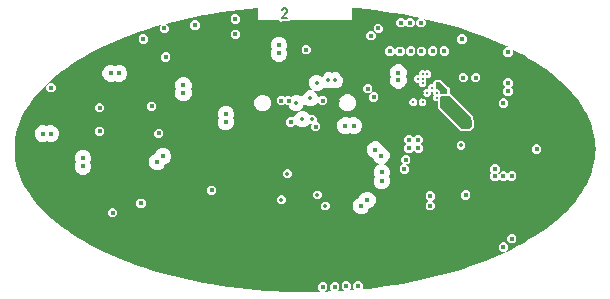
<source format=gtl>
G04 EAGLE Gerber RS-274X export*
G75*
%MOMM*%
%FSLAX34Y34*%
%LPD*%
%IN5_Layer_2*%
%IPPOS*%
%AMOC8*
5,1,8,0,0,1.08239X$1,22.5*%
G01*
%ADD10C,0.152400*%
%ADD11C,0.800000*%
%ADD12C,0.500000*%
%ADD13C,0.550000*%
%ADD14C,0.400000*%
%ADD15C,0.350000*%
%ADD16C,0.250000*%

G36*
X255872Y4035D02*
X255872Y4035D01*
X255873Y4035D01*
X263159Y4179D01*
X263160Y4180D01*
X263162Y4180D01*
X263162Y4182D01*
X263164Y4183D01*
X263162Y4185D01*
X263162Y4188D01*
X261005Y6345D01*
X261005Y9655D01*
X263345Y11995D01*
X266655Y11995D01*
X268995Y9655D01*
X268995Y6345D01*
X266965Y4315D01*
X266964Y4313D01*
X266963Y4311D01*
X266964Y4310D01*
X266964Y4308D01*
X266967Y4308D01*
X266968Y4306D01*
X271505Y4467D01*
X272804Y4534D01*
X272805Y4535D01*
X272807Y4535D01*
X272807Y4537D01*
X272809Y4539D01*
X272807Y4541D01*
X272807Y4543D01*
X271005Y6345D01*
X271005Y9655D01*
X273345Y11995D01*
X276655Y11995D01*
X278995Y9655D01*
X278995Y6345D01*
X277431Y4781D01*
X277431Y4779D01*
X277430Y4778D01*
X277431Y4777D01*
X277431Y4775D01*
X277433Y4774D01*
X277435Y4773D01*
X279293Y4868D01*
X283206Y5133D01*
X283207Y5134D01*
X283209Y5134D01*
X283209Y5135D01*
X283210Y5137D01*
X283209Y5139D01*
X283209Y5141D01*
X281005Y7345D01*
X281005Y10655D01*
X283345Y12995D01*
X286655Y12995D01*
X288995Y10655D01*
X288995Y7345D01*
X287051Y5401D01*
X287051Y5399D01*
X287049Y5398D01*
X287051Y5396D01*
X287050Y5394D01*
X287053Y5394D01*
X287055Y5392D01*
X292491Y5847D01*
X292492Y5848D01*
X292494Y5848D01*
X292494Y5850D01*
X292496Y5852D01*
X292494Y5853D01*
X292494Y5856D01*
X291005Y7345D01*
X291005Y10655D01*
X293345Y12995D01*
X296655Y12995D01*
X298995Y10655D01*
X298995Y7345D01*
X298022Y6372D01*
X298022Y6370D01*
X298021Y6370D01*
X298022Y6370D01*
X298020Y6368D01*
X298021Y6367D01*
X298021Y6365D01*
X298024Y6365D01*
X298026Y6363D01*
X302448Y6805D01*
X310069Y7693D01*
X317631Y8701D01*
X325124Y9827D01*
X332539Y11071D01*
X339871Y12431D01*
X347111Y13905D01*
X354254Y15493D01*
X361289Y17192D01*
X368213Y19001D01*
X375016Y20917D01*
X381690Y22939D01*
X388232Y25064D01*
X394633Y27290D01*
X400886Y29615D01*
X406985Y32036D01*
X412924Y34550D01*
X418698Y37155D01*
X424299Y39847D01*
X429724Y42624D01*
X434963Y45482D01*
X440015Y48418D01*
X444871Y51428D01*
X444872Y51428D01*
X449531Y54510D01*
X449531Y54511D01*
X453986Y57659D01*
X458234Y60872D01*
X462268Y64144D01*
X462269Y64144D01*
X466088Y67472D01*
X469687Y70851D01*
X469688Y70851D01*
X473064Y74277D01*
X476216Y77747D01*
X479139Y81256D01*
X481831Y84799D01*
X484291Y88373D01*
X484292Y88373D01*
X486518Y91973D01*
X488511Y95596D01*
X490268Y99236D01*
X490268Y99237D01*
X491790Y102893D01*
X491791Y102893D01*
X493077Y106561D01*
X493077Y106562D01*
X493078Y106562D01*
X494130Y110239D01*
X494947Y113924D01*
X495531Y117614D01*
X495881Y121306D01*
X495998Y125000D01*
X495881Y128694D01*
X495531Y132386D01*
X494947Y136076D01*
X494130Y139761D01*
X493078Y143438D01*
X493077Y143439D01*
X491791Y147107D01*
X491790Y147107D01*
X490268Y150763D01*
X490268Y150764D01*
X488511Y154404D01*
X486518Y158027D01*
X484292Y161627D01*
X484291Y161627D01*
X481831Y165201D01*
X479139Y168744D01*
X476216Y172253D01*
X473064Y175723D01*
X469688Y179149D01*
X469687Y179149D01*
X466088Y182528D01*
X462269Y185856D01*
X462268Y185856D01*
X458234Y189128D01*
X453986Y192341D01*
X449531Y195489D01*
X449531Y195490D01*
X444872Y198572D01*
X440015Y201582D01*
X434963Y204518D01*
X429724Y207376D01*
X424733Y209931D01*
X424730Y209930D01*
X424727Y209931D01*
X424727Y209930D01*
X424726Y209929D01*
X424727Y209926D01*
X424727Y209923D01*
X425995Y208655D01*
X425995Y205345D01*
X423655Y203005D01*
X420345Y203005D01*
X418005Y205345D01*
X418005Y208655D01*
X420345Y210995D01*
X422525Y210995D01*
X422527Y210997D01*
X422529Y210997D01*
X422529Y210999D01*
X422530Y211000D01*
X422528Y211002D01*
X422527Y211005D01*
X418698Y212845D01*
X412924Y215450D01*
X406985Y217964D01*
X400886Y220385D01*
X394633Y222710D01*
X388232Y224936D01*
X381690Y227061D01*
X375016Y229083D01*
X368213Y230999D01*
X361289Y232808D01*
X354254Y234507D01*
X350270Y235393D01*
X350269Y235392D01*
X350266Y235392D01*
X350266Y235390D01*
X350265Y235389D01*
X350266Y235387D01*
X350266Y235384D01*
X351995Y233655D01*
X351995Y230345D01*
X349655Y228005D01*
X346345Y228005D01*
X344005Y230345D01*
X344005Y233655D01*
X346345Y235995D01*
X347514Y235995D01*
X347516Y235997D01*
X347519Y235998D01*
X347519Y235999D01*
X347519Y236000D01*
X347517Y236002D01*
X347515Y236005D01*
X347112Y236095D01*
X347111Y236095D01*
X339871Y237569D01*
X332539Y238929D01*
X325124Y240173D01*
X317632Y241299D01*
X317631Y241299D01*
X310069Y242307D01*
X302448Y243195D01*
X294772Y243962D01*
X290000Y244361D01*
X289995Y244357D01*
X289996Y244357D01*
X289995Y244356D01*
X289995Y234005D01*
X236999Y234005D01*
X236997Y234003D01*
X236995Y234004D01*
X235997Y233005D01*
X230257Y233005D01*
X229230Y232922D01*
X229133Y233004D01*
X229132Y233004D01*
X229131Y233004D01*
X229130Y233005D01*
X229003Y233005D01*
X228275Y233733D01*
X228275Y233734D01*
X227957Y234004D01*
X227955Y234004D01*
X227954Y234005D01*
X210005Y234005D01*
X210005Y244365D01*
X210001Y244369D01*
X210000Y244369D01*
X210000Y244370D01*
X209973Y244367D01*
X209907Y244363D01*
X209841Y244358D01*
X209776Y244353D01*
X209710Y244348D01*
X209644Y244343D01*
X209578Y244338D01*
X209513Y244333D01*
X209447Y244328D01*
X209381Y244323D01*
X209315Y244318D01*
X209250Y244313D01*
X209184Y244308D01*
X209118Y244303D01*
X209081Y244300D01*
X201384Y243594D01*
X193733Y242766D01*
X186141Y241818D01*
X178613Y240751D01*
X171159Y239566D01*
X163783Y238264D01*
X156497Y236846D01*
X149306Y235315D01*
X149305Y235315D01*
X142214Y233671D01*
X142213Y233671D01*
X135234Y231917D01*
X131873Y231005D01*
X131871Y231003D01*
X131869Y231001D01*
X131869Y231000D01*
X131869Y230999D01*
X131872Y230998D01*
X131874Y230995D01*
X132655Y230995D01*
X134995Y228655D01*
X134995Y225345D01*
X132655Y223005D01*
X129345Y223005D01*
X127005Y225345D01*
X127005Y228655D01*
X128404Y230054D01*
X128404Y230056D01*
X128405Y230057D01*
X128405Y230058D01*
X128404Y230059D01*
X128404Y230061D01*
X128402Y230061D01*
X128400Y230062D01*
X128399Y230062D01*
X128371Y230055D01*
X121631Y228085D01*
X115022Y226012D01*
X115022Y226011D01*
X108550Y223835D01*
X102222Y221559D01*
X96045Y219186D01*
X90024Y216718D01*
X84167Y214159D01*
X78479Y211510D01*
X72967Y208775D01*
X72966Y208775D01*
X67634Y205957D01*
X62487Y203060D01*
X57532Y200086D01*
X52774Y197039D01*
X48216Y193923D01*
X43864Y190742D01*
X39722Y187500D01*
X35795Y184199D01*
X32084Y180845D01*
X28596Y177442D01*
X28596Y177441D01*
X25332Y173993D01*
X22294Y170503D01*
X19486Y166977D01*
X19486Y166976D01*
X16910Y163418D01*
X14566Y159830D01*
X12456Y156218D01*
X10581Y152586D01*
X8941Y148937D01*
X8941Y148936D01*
X7537Y145274D01*
X7536Y145274D01*
X6367Y141601D01*
X5432Y137919D01*
X4731Y134232D01*
X4732Y134232D01*
X4731Y134232D01*
X4731Y134231D01*
X4731Y134226D01*
X4730Y134221D01*
X4729Y134216D01*
X4726Y134191D01*
X4726Y134186D01*
X4725Y134181D01*
X4724Y134176D01*
X4724Y134171D01*
X4720Y134141D01*
X4719Y134136D01*
X4719Y134131D01*
X4718Y134126D01*
X4714Y134097D01*
X4714Y134092D01*
X4713Y134087D01*
X4712Y134082D01*
X4712Y134077D01*
X4709Y134052D01*
X4708Y134047D01*
X4707Y134042D01*
X4707Y134037D01*
X4706Y134032D01*
X4702Y134002D01*
X4702Y133997D01*
X4701Y133992D01*
X4701Y133987D01*
X4697Y133958D01*
X4697Y133957D01*
X4696Y133953D01*
X4696Y133952D01*
X4696Y133948D01*
X4695Y133948D01*
X4696Y133948D01*
X4695Y133943D01*
X4694Y133938D01*
X4691Y133913D01*
X4690Y133908D01*
X4690Y133903D01*
X4689Y133898D01*
X4689Y133893D01*
X4685Y133868D01*
X4685Y133863D01*
X4684Y133858D01*
X4684Y133853D01*
X4683Y133848D01*
X4679Y133818D01*
X4679Y133813D01*
X4678Y133808D01*
X4677Y133803D01*
X4674Y133774D01*
X4673Y133774D01*
X4674Y133774D01*
X4673Y133769D01*
X4672Y133764D01*
X4672Y133759D01*
X4671Y133754D01*
X4668Y133729D01*
X4667Y133724D01*
X4667Y133719D01*
X4666Y133714D01*
X4665Y133709D01*
X4662Y133679D01*
X4661Y133674D01*
X4660Y133669D01*
X4660Y133664D01*
X4656Y133635D01*
X4656Y133634D01*
X4655Y133630D01*
X4655Y133625D01*
X4654Y133620D01*
X4653Y133615D01*
X4650Y133590D01*
X4650Y133585D01*
X4649Y133580D01*
X4648Y133575D01*
X4648Y133570D01*
X4644Y133540D01*
X4643Y133535D01*
X4643Y133530D01*
X4642Y133525D01*
X4638Y133495D01*
X4638Y133490D01*
X4637Y133485D01*
X4636Y133481D01*
X4636Y133480D01*
X4636Y133476D01*
X4636Y133475D01*
X4633Y133451D01*
X4632Y133446D01*
X4631Y133441D01*
X4631Y133436D01*
X4630Y133431D01*
X4626Y133401D01*
X4626Y133396D01*
X4625Y133391D01*
X4625Y133386D01*
X4624Y133386D01*
X4625Y133386D01*
X4621Y133356D01*
X4620Y133351D01*
X4619Y133346D01*
X4619Y133341D01*
X4618Y133336D01*
X4615Y133312D01*
X4614Y133307D01*
X4614Y133302D01*
X4613Y133297D01*
X4613Y133292D01*
X4609Y133262D01*
X4608Y133257D01*
X4608Y133252D01*
X4607Y133247D01*
X4603Y133217D01*
X4603Y133212D01*
X4602Y133212D01*
X4603Y133212D01*
X4602Y133207D01*
X4601Y133202D01*
X4601Y133197D01*
X4597Y133172D01*
X4597Y133167D01*
X4596Y133163D01*
X4596Y133162D01*
X4596Y133158D01*
X4596Y133157D01*
X4595Y133153D01*
X4591Y133123D01*
X4591Y133118D01*
X4590Y133113D01*
X4589Y133108D01*
X4586Y133078D01*
X4585Y133073D01*
X4584Y133068D01*
X4584Y133063D01*
X4580Y133033D01*
X4579Y133028D01*
X4579Y133023D01*
X4578Y133018D01*
X4577Y133013D01*
X4574Y132989D01*
X4574Y132984D01*
X4573Y132979D01*
X4572Y132974D01*
X4572Y132969D01*
X4568Y132939D01*
X4567Y132934D01*
X4567Y132929D01*
X4566Y132924D01*
X4562Y132894D01*
X4562Y132889D01*
X4561Y132884D01*
X4560Y132879D01*
X4560Y132874D01*
X4557Y132849D01*
X4556Y132845D01*
X4556Y132844D01*
X4555Y132840D01*
X4555Y132839D01*
X4555Y132835D01*
X4554Y132830D01*
X4550Y132800D01*
X4550Y132795D01*
X4549Y132790D01*
X4548Y132785D01*
X4545Y132755D01*
X4544Y132750D01*
X4543Y132745D01*
X4543Y132740D01*
X4542Y132735D01*
X4539Y132710D01*
X4538Y132705D01*
X4538Y132700D01*
X4537Y132695D01*
X4537Y132690D01*
X4533Y132661D01*
X4532Y132656D01*
X4532Y132651D01*
X4531Y132651D01*
X4532Y132651D01*
X4531Y132646D01*
X4527Y132616D01*
X4526Y132611D01*
X4526Y132606D01*
X4525Y132601D01*
X4525Y132596D01*
X4521Y132571D01*
X4521Y132566D01*
X4520Y132561D01*
X4520Y132556D01*
X4519Y132551D01*
X4515Y132522D01*
X4515Y132521D01*
X4515Y132517D01*
X4514Y132512D01*
X4513Y132507D01*
X4510Y132477D01*
X4509Y132477D01*
X4510Y132477D01*
X4509Y132472D01*
X4508Y132467D01*
X4508Y132462D01*
X4507Y132457D01*
X4504Y132432D01*
X4503Y132427D01*
X4503Y132422D01*
X4502Y132417D01*
X4501Y132412D01*
X4498Y132382D01*
X4497Y132377D01*
X4496Y132372D01*
X4496Y132368D01*
X4496Y132367D01*
X4492Y132338D01*
X4491Y132333D01*
X4491Y132328D01*
X4490Y132323D01*
X4486Y132293D01*
X4486Y132288D01*
X4485Y132283D01*
X4484Y132278D01*
X4484Y132273D01*
X4481Y132248D01*
X4480Y132243D01*
X4479Y132238D01*
X4479Y132233D01*
X4478Y132228D01*
X4474Y132199D01*
X4474Y132194D01*
X4473Y132189D01*
X4472Y132184D01*
X4469Y132154D01*
X4468Y132149D01*
X4467Y132144D01*
X4467Y132139D01*
X4466Y132134D01*
X4463Y132109D01*
X4462Y132104D01*
X4462Y132099D01*
X4461Y132094D01*
X4461Y132089D01*
X4460Y132089D01*
X4457Y132059D01*
X4456Y132054D01*
X4455Y132050D01*
X4455Y132049D01*
X4455Y132045D01*
X4455Y132044D01*
X4451Y132015D01*
X4450Y132010D01*
X4450Y132005D01*
X4449Y132000D01*
X4449Y131995D01*
X4445Y131970D01*
X4445Y131965D01*
X4444Y131960D01*
X4444Y131955D01*
X4443Y131950D01*
X4439Y131920D01*
X4439Y131915D01*
X4438Y131915D01*
X4439Y131915D01*
X4438Y131910D01*
X4437Y131905D01*
X4433Y131876D01*
X4433Y131871D01*
X4432Y131866D01*
X4432Y131861D01*
X4431Y131856D01*
X4428Y131831D01*
X4427Y131826D01*
X4427Y131821D01*
X4426Y131816D01*
X4425Y131811D01*
X4422Y131781D01*
X4421Y131776D01*
X4420Y131771D01*
X4420Y131766D01*
X4416Y131736D01*
X4415Y131732D01*
X4415Y131731D01*
X4415Y131727D01*
X4415Y131726D01*
X4414Y131722D01*
X4413Y131717D01*
X4410Y131692D01*
X4410Y131687D01*
X4409Y131682D01*
X4408Y131677D01*
X4408Y131672D01*
X4404Y131642D01*
X4403Y131637D01*
X4403Y131632D01*
X4402Y131627D01*
X4398Y131597D01*
X4398Y131592D01*
X4397Y131587D01*
X4396Y131582D01*
X4393Y131553D01*
X4392Y131548D01*
X4391Y131543D01*
X4391Y131538D01*
X4390Y131533D01*
X4387Y131508D01*
X4386Y131503D01*
X4386Y131498D01*
X4385Y131493D01*
X4384Y131488D01*
X4381Y131458D01*
X4380Y131453D01*
X4379Y131448D01*
X4379Y131443D01*
X4375Y131414D01*
X4375Y131413D01*
X4374Y131409D01*
X4374Y131408D01*
X4374Y131404D01*
X4373Y131399D01*
X4373Y131394D01*
X4369Y131369D01*
X4369Y131364D01*
X4368Y131359D01*
X4368Y131354D01*
X4367Y131354D01*
X4368Y131354D01*
X4367Y131349D01*
X4363Y131319D01*
X4362Y131314D01*
X4362Y131309D01*
X4361Y131304D01*
X4357Y131274D01*
X4357Y131269D01*
X4356Y131264D01*
X4356Y131259D01*
X4355Y131255D01*
X4355Y131254D01*
X4352Y131230D01*
X4351Y131225D01*
X4351Y131220D01*
X4350Y131215D01*
X4349Y131210D01*
X4346Y131180D01*
X4345Y131180D01*
X4346Y131180D01*
X4345Y131175D01*
X4344Y131170D01*
X4344Y131165D01*
X4340Y131135D01*
X4339Y131130D01*
X4339Y131125D01*
X4338Y131120D01*
X4337Y131115D01*
X4334Y131091D01*
X4334Y131090D01*
X4334Y131086D01*
X4333Y131081D01*
X4332Y131076D01*
X4332Y131071D01*
X4328Y131041D01*
X4327Y131036D01*
X4327Y131031D01*
X4326Y131026D01*
X4322Y130996D01*
X4322Y130991D01*
X4321Y130986D01*
X4320Y130981D01*
X4320Y130976D01*
X4317Y130951D01*
X4316Y130946D01*
X4315Y130941D01*
X4315Y130937D01*
X4315Y130936D01*
X4314Y130932D01*
X4314Y130931D01*
X4310Y130902D01*
X4310Y130897D01*
X4309Y130892D01*
X4308Y130887D01*
X4305Y130857D01*
X4304Y130852D01*
X4303Y130847D01*
X4303Y130842D01*
X4299Y130812D01*
X4298Y130807D01*
X4298Y130802D01*
X4297Y130797D01*
X4297Y130792D01*
X4296Y130792D01*
X4293Y130768D01*
X4293Y130763D01*
X4292Y130758D01*
X4291Y130753D01*
X4291Y130748D01*
X4287Y130718D01*
X4286Y130713D01*
X4286Y130708D01*
X4285Y130703D01*
X4281Y130673D01*
X4281Y130668D01*
X4280Y130663D01*
X4280Y130658D01*
X4279Y130653D01*
X4276Y130628D01*
X4275Y130623D01*
X4275Y130619D01*
X4274Y130618D01*
X4275Y130618D01*
X4274Y130614D01*
X4274Y130613D01*
X4273Y130609D01*
X4269Y130579D01*
X4269Y130574D01*
X4268Y130569D01*
X4268Y130564D01*
X4265Y130540D01*
X4264Y130534D01*
X4264Y130529D01*
X4264Y130524D01*
X4257Y130415D01*
X4256Y130410D01*
X4256Y130405D01*
X4249Y130296D01*
X4249Y130295D01*
X4249Y130291D01*
X4249Y130286D01*
X4242Y130176D01*
X4241Y130171D01*
X4241Y130166D01*
X4241Y130161D01*
X4234Y130057D01*
X4234Y130052D01*
X4233Y130047D01*
X4233Y130042D01*
X4227Y129938D01*
X4226Y129933D01*
X4226Y129928D01*
X4226Y129923D01*
X4219Y129819D01*
X4219Y129818D01*
X4219Y129814D01*
X4218Y129809D01*
X4218Y129804D01*
X4212Y129699D01*
X4211Y129699D01*
X4212Y129699D01*
X4211Y129694D01*
X4211Y129689D01*
X4211Y129684D01*
X4204Y129575D01*
X4203Y129570D01*
X4203Y129565D01*
X4196Y129456D01*
X4196Y129451D01*
X4196Y129446D01*
X4195Y129446D01*
X4189Y129337D01*
X4188Y129332D01*
X4188Y129327D01*
X4181Y129217D01*
X4181Y129212D01*
X4180Y129207D01*
X4174Y129098D01*
X4173Y129093D01*
X4173Y129088D01*
X4166Y128979D01*
X4166Y128974D01*
X4165Y128969D01*
X4158Y128860D01*
X4158Y128855D01*
X4158Y128850D01*
X4151Y128740D01*
X4151Y128735D01*
X4150Y128730D01*
X4143Y128621D01*
X4143Y128616D01*
X4143Y128611D01*
X4136Y128502D01*
X4136Y128497D01*
X4135Y128492D01*
X4128Y128383D01*
X4128Y128378D01*
X4128Y128373D01*
X4121Y128263D01*
X4121Y128258D01*
X4120Y128258D01*
X4121Y128258D01*
X4120Y128253D01*
X4113Y128144D01*
X4113Y128139D01*
X4113Y128134D01*
X4106Y128025D01*
X4105Y128020D01*
X4105Y128015D01*
X4098Y127906D01*
X4098Y127901D01*
X4098Y127896D01*
X4091Y127786D01*
X4090Y127781D01*
X4090Y127776D01*
X4083Y127667D01*
X4083Y127662D01*
X4083Y127657D01*
X4076Y127548D01*
X4075Y127543D01*
X4075Y127538D01*
X4068Y127429D01*
X4068Y127424D01*
X4067Y127419D01*
X4061Y127309D01*
X4060Y127304D01*
X4060Y127299D01*
X4053Y127190D01*
X4053Y127185D01*
X4052Y127180D01*
X4046Y127071D01*
X4045Y127071D01*
X4046Y127071D01*
X4045Y127066D01*
X4045Y127061D01*
X4038Y126952D01*
X4038Y126947D01*
X4037Y126942D01*
X4031Y126847D01*
X4032Y126847D01*
X4031Y126847D01*
X4031Y123153D01*
X4032Y123153D01*
X4031Y123153D01*
X4265Y119460D01*
X4731Y115768D01*
X4732Y115768D01*
X4731Y115768D01*
X5432Y112081D01*
X6367Y108399D01*
X7536Y104726D01*
X7537Y104726D01*
X8941Y101064D01*
X8941Y101063D01*
X10581Y97414D01*
X12456Y93782D01*
X12456Y93781D01*
X14566Y90170D01*
X16910Y86582D01*
X19486Y83024D01*
X19486Y83023D01*
X22294Y79497D01*
X25332Y76007D01*
X28596Y72559D01*
X28596Y72558D01*
X32084Y69155D01*
X35795Y65801D01*
X39722Y62500D01*
X43864Y59258D01*
X48216Y56077D01*
X52774Y52961D01*
X57532Y49914D01*
X62487Y46940D01*
X67634Y44043D01*
X72966Y41225D01*
X72967Y41225D01*
X78479Y38490D01*
X84167Y35841D01*
X90025Y33281D01*
X96045Y30814D01*
X102222Y28441D01*
X108550Y26165D01*
X115022Y23989D01*
X115022Y23988D01*
X121631Y21915D01*
X128371Y19945D01*
X135234Y18083D01*
X142213Y16329D01*
X149305Y14685D01*
X156497Y13154D01*
X163783Y11736D01*
X171159Y10434D01*
X178613Y9249D01*
X186141Y8182D01*
X193733Y7234D01*
X201384Y6406D01*
X209082Y5700D01*
X216823Y5115D01*
X224597Y4653D01*
X232397Y4313D01*
X240215Y4097D01*
X248043Y4004D01*
X255872Y4035D01*
G37*
%LPC*%
G36*
X382174Y140005D02*
X382174Y140005D01*
X362405Y159774D01*
X362405Y163004D01*
X362403Y163006D01*
X362403Y163007D01*
X362255Y163156D01*
X362255Y165250D01*
X362250Y165255D01*
X362250Y165254D01*
X362250Y165255D01*
X360156Y165255D01*
X358255Y167156D01*
X358255Y169844D01*
X358907Y170496D01*
X358908Y170503D01*
X358907Y170503D01*
X358907Y170504D01*
X358255Y171156D01*
X358255Y173250D01*
X358250Y173255D01*
X358250Y173254D01*
X358250Y173255D01*
X356750Y173255D01*
X356745Y173250D01*
X356745Y171156D01*
X354844Y169255D01*
X352156Y169255D01*
X350255Y171156D01*
X350255Y173844D01*
X352156Y175745D01*
X354250Y175745D01*
X354255Y175750D01*
X354254Y175750D01*
X354255Y175750D01*
X354255Y177844D01*
X356156Y179745D01*
X358250Y179745D01*
X358255Y179750D01*
X358254Y179750D01*
X358255Y179750D01*
X358255Y181844D01*
X360156Y183745D01*
X362844Y183745D01*
X362988Y183602D01*
X362990Y183601D01*
X362991Y183600D01*
X365228Y183600D01*
X371327Y177502D01*
X372500Y176328D01*
X372500Y174091D01*
X372502Y174089D01*
X372502Y174088D01*
X372745Y173844D01*
X372745Y171700D01*
X372750Y171695D01*
X372750Y171696D01*
X372750Y171695D01*
X373126Y171695D01*
X392995Y151826D01*
X392995Y143674D01*
X392247Y142925D01*
X392246Y142923D01*
X392245Y142921D01*
X392245Y142449D01*
X390051Y140255D01*
X389579Y140255D01*
X389577Y140253D01*
X389575Y140253D01*
X389326Y140005D01*
X382174Y140005D01*
G37*
%LPD*%
%LPC*%
G36*
X241158Y157355D02*
X241158Y157355D01*
X238679Y158382D01*
X236782Y160279D01*
X236068Y162002D01*
X236065Y162003D01*
X236064Y162005D01*
X234345Y162005D01*
X233004Y163346D01*
X233001Y163347D01*
X232999Y163347D01*
X232997Y163347D01*
X232997Y163346D01*
X232996Y163346D01*
X231655Y162005D01*
X228345Y162005D01*
X226005Y164345D01*
X226005Y167655D01*
X228345Y169995D01*
X231655Y169995D01*
X232996Y168654D01*
X233003Y168653D01*
X233003Y168654D01*
X233004Y168654D01*
X234345Y169995D01*
X237655Y169995D01*
X238252Y169398D01*
X238259Y169398D01*
X238679Y169818D01*
X241158Y170845D01*
X243842Y170845D01*
X246321Y169818D01*
X247746Y168393D01*
X247748Y168393D01*
X247749Y168391D01*
X247751Y168393D01*
X247753Y168392D01*
X247753Y168395D01*
X247755Y168396D01*
X247755Y169206D01*
X248782Y171685D01*
X250679Y173582D01*
X253158Y174609D01*
X255842Y174609D01*
X258321Y173582D01*
X260218Y171685D01*
X261245Y169206D01*
X261245Y167907D01*
X261246Y167906D01*
X261246Y167904D01*
X261248Y167904D01*
X261250Y167902D01*
X261251Y167903D01*
X261252Y167904D01*
X261254Y167904D01*
X263345Y169995D01*
X266655Y169995D01*
X268995Y167655D01*
X268995Y164345D01*
X266655Y162005D01*
X263345Y162005D01*
X261005Y164345D01*
X261005Y165917D01*
X261003Y165919D01*
X261002Y165921D01*
X261001Y165921D01*
X261000Y165922D01*
X260998Y165920D01*
X260995Y165919D01*
X260218Y164043D01*
X258321Y162146D01*
X255842Y161119D01*
X253158Y161119D01*
X250679Y162146D01*
X249254Y163571D01*
X249252Y163571D01*
X249251Y163573D01*
X249249Y163571D01*
X249247Y163572D01*
X249247Y163569D01*
X249245Y163568D01*
X249245Y162758D01*
X248218Y160279D01*
X246321Y158382D01*
X243842Y157355D01*
X241158Y157355D01*
G37*
%LPD*%
G36*
X388502Y141997D02*
X388502Y141997D01*
X388504Y141996D01*
X391004Y144496D01*
X391004Y144498D01*
X391004Y144499D01*
X391005Y144500D01*
X391005Y149333D01*
X391003Y149335D01*
X391004Y149336D01*
X390705Y149635D01*
X390705Y151300D01*
X390703Y151302D01*
X390703Y151304D01*
X372304Y169704D01*
X372301Y169704D01*
X372300Y169705D01*
X364900Y169705D01*
X364898Y169703D01*
X364896Y169704D01*
X364396Y169204D01*
X364396Y169201D01*
X364395Y169200D01*
X364395Y160600D01*
X364397Y160598D01*
X364396Y160596D01*
X382996Y141996D01*
X382999Y141996D01*
X383000Y141995D01*
X388500Y141995D01*
X388502Y141997D01*
G37*
%LPC*%
G36*
X258658Y174255D02*
X258658Y174255D01*
X256179Y175282D01*
X254282Y177179D01*
X253255Y179658D01*
X253255Y182342D01*
X254282Y184821D01*
X256179Y186718D01*
X258658Y187745D01*
X261342Y187745D01*
X263821Y186718D01*
X263864Y186675D01*
X263865Y186675D01*
X263865Y186674D01*
X263867Y186675D01*
X263871Y186675D01*
X263871Y186676D01*
X263872Y186677D01*
X263932Y186821D01*
X265829Y188718D01*
X268308Y189745D01*
X270992Y189745D01*
X272498Y189121D01*
X272500Y189122D01*
X272502Y189121D01*
X274008Y189745D01*
X276692Y189745D01*
X279171Y188718D01*
X281068Y186821D01*
X282095Y184342D01*
X282095Y181658D01*
X281068Y179179D01*
X279171Y177282D01*
X276692Y176255D01*
X274008Y176255D01*
X272502Y176879D01*
X272500Y176878D01*
X272498Y176879D01*
X270992Y176255D01*
X268308Y176255D01*
X265829Y177282D01*
X265786Y177325D01*
X265785Y177325D01*
X265785Y177326D01*
X265783Y177325D01*
X265779Y177325D01*
X265779Y177324D01*
X265778Y177323D01*
X265718Y177179D01*
X263821Y175282D01*
X261342Y174255D01*
X258658Y174255D01*
G37*
%LPD*%
%LPC*%
G36*
X257345Y140005D02*
X257345Y140005D01*
X255005Y142345D01*
X255005Y145655D01*
X255596Y146246D01*
X255596Y146248D01*
X255597Y146249D01*
X255598Y146249D01*
X255597Y146251D01*
X255597Y146253D01*
X255594Y146253D01*
X255593Y146255D01*
X254449Y146255D01*
X253548Y147156D01*
X253547Y147156D01*
X253546Y147157D01*
X253545Y147156D01*
X253541Y147156D01*
X253541Y147155D01*
X253539Y147154D01*
X253218Y146379D01*
X251321Y144482D01*
X248842Y143455D01*
X246158Y143455D01*
X243679Y144482D01*
X241909Y146252D01*
X241902Y146252D01*
X239655Y144005D01*
X236345Y144005D01*
X234005Y146345D01*
X234005Y149655D01*
X236345Y151995D01*
X239655Y151995D01*
X240746Y150904D01*
X240748Y150904D01*
X240749Y150902D01*
X240751Y150903D01*
X240753Y150903D01*
X240753Y150906D01*
X240755Y150907D01*
X240755Y151542D01*
X241782Y154021D01*
X243679Y155918D01*
X246158Y156945D01*
X248842Y156945D01*
X251321Y155918D01*
X253218Y154021D01*
X253657Y152963D01*
X253657Y152962D01*
X253659Y152961D01*
X253662Y152960D01*
X253663Y152961D01*
X253665Y152961D01*
X254449Y153745D01*
X257551Y153745D01*
X259745Y151551D01*
X259745Y148449D01*
X259300Y148004D01*
X259300Y148002D01*
X259299Y148001D01*
X259300Y147999D01*
X259300Y147997D01*
X259302Y147997D01*
X259304Y147995D01*
X260655Y147995D01*
X262995Y145655D01*
X262995Y142345D01*
X260655Y140005D01*
X257345Y140005D01*
G37*
%LPD*%
%LPC*%
G36*
X313321Y112293D02*
X313321Y112293D01*
X310750Y113357D01*
X308782Y115325D01*
X307868Y117532D01*
X307866Y117533D01*
X307865Y117535D01*
X305659Y118449D01*
X303691Y120416D01*
X302626Y122987D01*
X302626Y125770D01*
X303691Y128341D01*
X305659Y130309D01*
X308230Y131374D01*
X311013Y131374D01*
X313584Y130309D01*
X315552Y128341D01*
X316466Y126135D01*
X316468Y126134D01*
X316468Y126132D01*
X318675Y125218D01*
X320643Y123250D01*
X321708Y120679D01*
X321708Y117896D01*
X320643Y115325D01*
X318675Y113357D01*
X316104Y112293D01*
X313321Y112293D01*
G37*
%LPD*%
%LPC*%
G36*
X296230Y69626D02*
X296230Y69626D01*
X293659Y70691D01*
X291691Y72659D01*
X290626Y75230D01*
X290626Y78013D01*
X291691Y80583D01*
X293659Y82551D01*
X295865Y83465D01*
X295866Y83467D01*
X295868Y83468D01*
X296782Y85675D01*
X298750Y87643D01*
X301321Y88707D01*
X304104Y88707D01*
X306675Y87643D01*
X308643Y85675D01*
X309708Y83104D01*
X309708Y80321D01*
X308643Y77750D01*
X306675Y75782D01*
X304468Y74868D01*
X304467Y74866D01*
X304465Y74865D01*
X303551Y72659D01*
X301584Y70691D01*
X299013Y69626D01*
X296230Y69626D01*
G37*
%LPD*%
%LPC*%
G36*
X84009Y182005D02*
X84009Y182005D01*
X81438Y183070D01*
X79470Y185038D01*
X78405Y187609D01*
X78405Y190391D01*
X79470Y192962D01*
X81438Y194930D01*
X84009Y195995D01*
X86791Y195995D01*
X88998Y195081D01*
X89000Y195082D01*
X89002Y195081D01*
X91209Y195995D01*
X93991Y195995D01*
X96562Y194930D01*
X98530Y192962D01*
X99595Y190391D01*
X99595Y187609D01*
X98530Y185038D01*
X96562Y183070D01*
X93991Y182005D01*
X91209Y182005D01*
X89002Y182919D01*
X89001Y182919D01*
X88999Y182919D01*
X88999Y182918D01*
X88998Y182919D01*
X86791Y182005D01*
X84009Y182005D01*
G37*
%LPD*%
%LPC*%
G36*
X313609Y90905D02*
X313609Y90905D01*
X311038Y91970D01*
X309070Y93938D01*
X308005Y96509D01*
X308005Y99291D01*
X308919Y101498D01*
X308918Y101500D01*
X308919Y101500D01*
X308918Y101501D01*
X308919Y101502D01*
X308005Y103709D01*
X308005Y106491D01*
X309070Y109062D01*
X311038Y111030D01*
X313609Y112095D01*
X316391Y112095D01*
X318962Y111030D01*
X320930Y109062D01*
X321995Y106491D01*
X321995Y103709D01*
X321081Y101502D01*
X321082Y101500D01*
X321081Y101498D01*
X321995Y99291D01*
X321995Y96509D01*
X320930Y93938D01*
X318962Y91970D01*
X316391Y90905D01*
X313609Y90905D01*
G37*
%LPD*%
%LPC*%
G36*
X282759Y137705D02*
X282759Y137705D01*
X280188Y138770D01*
X278220Y140738D01*
X277155Y143309D01*
X277155Y146091D01*
X278220Y148662D01*
X280188Y150630D01*
X282759Y151695D01*
X285541Y151695D01*
X287495Y150886D01*
X287497Y150887D01*
X287499Y150886D01*
X289810Y151844D01*
X292593Y151844D01*
X295164Y150779D01*
X297132Y148811D01*
X298197Y146240D01*
X298197Y143457D01*
X297132Y140886D01*
X295164Y138918D01*
X292593Y137853D01*
X289810Y137853D01*
X287857Y138662D01*
X287856Y138662D01*
X287854Y138662D01*
X287853Y138662D01*
X285541Y137705D01*
X282759Y137705D01*
G37*
%LPD*%
%LPC*%
G36*
X226609Y199055D02*
X226609Y199055D01*
X224038Y200120D01*
X222070Y202088D01*
X221005Y204659D01*
X221005Y207441D01*
X221765Y209277D01*
X221765Y209280D01*
X221765Y209281D01*
X220905Y211359D01*
X220905Y214141D01*
X221970Y216712D01*
X223938Y218680D01*
X226509Y219745D01*
X229291Y219745D01*
X231862Y218680D01*
X233830Y216712D01*
X234895Y214141D01*
X234895Y211359D01*
X234135Y209523D01*
X234135Y209522D01*
X234135Y209520D01*
X234135Y209519D01*
X234995Y207441D01*
X234995Y204659D01*
X233930Y202088D01*
X231962Y200120D01*
X229391Y199055D01*
X226609Y199055D01*
G37*
%LPD*%
%LPC*%
G36*
X181509Y140755D02*
X181509Y140755D01*
X178938Y141820D01*
X176970Y143788D01*
X175905Y146359D01*
X175905Y149141D01*
X176765Y151219D01*
X176765Y151221D01*
X176765Y151223D01*
X176005Y153059D01*
X176005Y155841D01*
X177070Y158412D01*
X179038Y160380D01*
X181609Y161445D01*
X184391Y161445D01*
X186962Y160380D01*
X188930Y158412D01*
X189995Y155841D01*
X189995Y153059D01*
X189135Y150981D01*
X189135Y150980D01*
X189135Y150979D01*
X189135Y150977D01*
X189895Y149141D01*
X189895Y146359D01*
X188830Y143788D01*
X186862Y141820D01*
X184291Y140755D01*
X181509Y140755D01*
G37*
%LPD*%
%LPC*%
G36*
X123573Y106969D02*
X123573Y106969D01*
X121002Y108034D01*
X119034Y110002D01*
X117969Y112573D01*
X117969Y115356D01*
X119034Y117927D01*
X121002Y119895D01*
X122959Y120705D01*
X122960Y120707D01*
X122961Y120708D01*
X123772Y122665D01*
X125740Y124632D01*
X128311Y125697D01*
X131093Y125697D01*
X133664Y124632D01*
X135632Y122665D01*
X136697Y120094D01*
X136697Y117311D01*
X135632Y114740D01*
X133664Y112772D01*
X131708Y111961D01*
X131707Y111959D01*
X131705Y111959D01*
X130895Y110002D01*
X128927Y108034D01*
X126356Y106969D01*
X123573Y106969D01*
G37*
%LPD*%
%LPC*%
G36*
X327609Y176005D02*
X327609Y176005D01*
X325038Y177070D01*
X323070Y179038D01*
X322005Y181609D01*
X322005Y184391D01*
X322815Y186348D01*
X322815Y186350D01*
X322815Y186352D01*
X322005Y188309D01*
X322005Y191091D01*
X323070Y193662D01*
X325038Y195630D01*
X327609Y196695D01*
X330391Y196695D01*
X332962Y195630D01*
X334930Y193662D01*
X335995Y191091D01*
X335995Y188309D01*
X335185Y186352D01*
X335185Y186350D01*
X335185Y186348D01*
X335995Y184391D01*
X335995Y181609D01*
X334930Y179038D01*
X332962Y177070D01*
X330391Y176005D01*
X327609Y176005D01*
G37*
%LPD*%
%LPC*%
G36*
X60609Y103305D02*
X60609Y103305D01*
X58038Y104370D01*
X56070Y106338D01*
X55005Y108909D01*
X55005Y111691D01*
X55815Y113648D01*
X55815Y113649D01*
X55815Y113650D01*
X55815Y113652D01*
X55005Y115609D01*
X55005Y118391D01*
X56070Y120962D01*
X58038Y122930D01*
X60609Y123995D01*
X63391Y123995D01*
X65962Y122930D01*
X67930Y120962D01*
X68995Y118391D01*
X68995Y115609D01*
X68185Y113652D01*
X68185Y113651D01*
X68185Y113650D01*
X68185Y113649D01*
X68185Y113648D01*
X68995Y111691D01*
X68995Y108909D01*
X67930Y106338D01*
X65962Y104370D01*
X63391Y103305D01*
X60609Y103305D01*
G37*
%LPD*%
%LPC*%
G36*
X145609Y165305D02*
X145609Y165305D01*
X143038Y166370D01*
X141070Y168338D01*
X140005Y170909D01*
X140005Y173691D01*
X140815Y175648D01*
X140815Y175649D01*
X140816Y175649D01*
X140815Y175650D01*
X140815Y175652D01*
X140005Y177609D01*
X140005Y180391D01*
X141070Y182962D01*
X143038Y184930D01*
X145609Y185995D01*
X148391Y185995D01*
X150962Y184930D01*
X152930Y182962D01*
X153995Y180391D01*
X153995Y177609D01*
X153185Y175652D01*
X153185Y175651D01*
X153185Y175650D01*
X153185Y175649D01*
X153185Y175648D01*
X153995Y173691D01*
X153995Y170909D01*
X152930Y168338D01*
X150962Y166370D01*
X148391Y165305D01*
X145609Y165305D01*
G37*
%LPD*%
%LPC*%
G36*
X26609Y131005D02*
X26609Y131005D01*
X24038Y132070D01*
X22070Y134038D01*
X21005Y136609D01*
X21005Y139391D01*
X22070Y141962D01*
X24038Y143930D01*
X26609Y144995D01*
X29391Y144995D01*
X31348Y144185D01*
X31350Y144185D01*
X31352Y144185D01*
X33309Y144995D01*
X36091Y144995D01*
X38662Y143930D01*
X40630Y141962D01*
X41695Y139391D01*
X41695Y136609D01*
X40630Y134038D01*
X38662Y132070D01*
X36091Y131005D01*
X33309Y131005D01*
X31352Y131815D01*
X31351Y131815D01*
X31349Y131815D01*
X31348Y131815D01*
X29391Y131005D01*
X26609Y131005D01*
G37*
%LPD*%
%LPC*%
G36*
X336345Y122005D02*
X336345Y122005D01*
X334005Y124345D01*
X334005Y127655D01*
X335846Y129496D01*
X335847Y129498D01*
X335848Y129499D01*
X335847Y129500D01*
X335847Y129503D01*
X335846Y129503D01*
X335846Y129504D01*
X334005Y131345D01*
X334005Y134655D01*
X336345Y136995D01*
X339655Y136995D01*
X341996Y134654D01*
X341999Y134653D01*
X342000Y134652D01*
X342001Y134653D01*
X342003Y134653D01*
X342003Y134654D01*
X342004Y134654D01*
X344345Y136995D01*
X347655Y136995D01*
X349995Y134655D01*
X349995Y131345D01*
X348154Y129504D01*
X348153Y129502D01*
X348152Y129501D01*
X348153Y129499D01*
X348153Y129497D01*
X348154Y129497D01*
X348154Y129496D01*
X349995Y127655D01*
X349995Y124345D01*
X347655Y122005D01*
X344345Y122005D01*
X342004Y124346D01*
X342001Y124347D01*
X341999Y124347D01*
X341997Y124347D01*
X341997Y124346D01*
X341996Y124346D01*
X339655Y122005D01*
X336345Y122005D01*
G37*
%LPD*%
%LPC*%
G36*
X409345Y98005D02*
X409345Y98005D01*
X407005Y100345D01*
X407005Y103655D01*
X408346Y104996D01*
X408347Y104998D01*
X408347Y104999D01*
X408347Y105003D01*
X408346Y105003D01*
X408346Y105004D01*
X407005Y106345D01*
X407005Y109655D01*
X409345Y111995D01*
X412655Y111995D01*
X414995Y109655D01*
X414995Y106345D01*
X413654Y105004D01*
X413653Y105000D01*
X413653Y104999D01*
X413653Y104997D01*
X413654Y104997D01*
X413654Y104996D01*
X414496Y104154D01*
X414503Y104153D01*
X414503Y104154D01*
X414504Y104154D01*
X416345Y105995D01*
X419655Y105995D01*
X421496Y104154D01*
X421503Y104153D01*
X421503Y104154D01*
X421504Y104154D01*
X423345Y105995D01*
X426655Y105995D01*
X428995Y103655D01*
X428995Y100345D01*
X426655Y98005D01*
X423345Y98005D01*
X421504Y99846D01*
X421497Y99847D01*
X421497Y99846D01*
X421496Y99846D01*
X419655Y98005D01*
X416345Y98005D01*
X414504Y99846D01*
X414497Y99847D01*
X414497Y99846D01*
X414496Y99846D01*
X412655Y98005D01*
X409345Y98005D01*
G37*
%LPD*%
%LPC*%
G36*
X284559Y156755D02*
X284559Y156755D01*
X281896Y157858D01*
X279858Y159896D01*
X278755Y162559D01*
X278755Y165441D01*
X279858Y168104D01*
X281896Y170142D01*
X284559Y171245D01*
X287441Y171245D01*
X290104Y170142D01*
X292142Y168104D01*
X293245Y165441D01*
X293245Y162559D01*
X292142Y159896D01*
X290104Y157858D01*
X287441Y156755D01*
X284559Y156755D01*
G37*
%LPD*%
%LPC*%
G36*
X212609Y157005D02*
X212609Y157005D01*
X210038Y158070D01*
X208070Y160038D01*
X207005Y162609D01*
X207005Y165391D01*
X208070Y167962D01*
X210038Y169930D01*
X212609Y170995D01*
X215391Y170995D01*
X217962Y169930D01*
X219930Y167962D01*
X220995Y165391D01*
X220995Y162609D01*
X219930Y160038D01*
X217962Y158070D01*
X215391Y157005D01*
X212609Y157005D01*
G37*
%LPD*%
%LPC*%
G36*
X348156Y177255D02*
X348156Y177255D01*
X346255Y179156D01*
X346255Y181250D01*
X346250Y181255D01*
X346250Y181254D01*
X346250Y181255D01*
X344156Y181255D01*
X342255Y183156D01*
X342255Y185844D01*
X344156Y187745D01*
X346250Y187745D01*
X346255Y187750D01*
X346254Y187750D01*
X346255Y187750D01*
X346255Y189844D01*
X348156Y191745D01*
X350844Y191745D01*
X351496Y191093D01*
X351499Y191093D01*
X351501Y191093D01*
X351503Y191092D01*
X351503Y191093D01*
X351504Y191093D01*
X352156Y191745D01*
X354844Y191745D01*
X356745Y189844D01*
X356745Y187156D01*
X354844Y185255D01*
X352750Y185255D01*
X352745Y185250D01*
X352746Y185250D01*
X352745Y185250D01*
X352745Y183156D01*
X352093Y182504D01*
X352092Y182497D01*
X352093Y182497D01*
X352093Y182496D01*
X352745Y181844D01*
X352745Y179156D01*
X350844Y177255D01*
X348156Y177255D01*
G37*
%LPD*%
%LPC*%
G36*
X329345Y228005D02*
X329345Y228005D01*
X327005Y230345D01*
X327005Y233655D01*
X329345Y235995D01*
X332655Y235995D01*
X334996Y233654D01*
X335003Y233653D01*
X335003Y233654D01*
X335004Y233654D01*
X337345Y235995D01*
X340655Y235995D01*
X342995Y233655D01*
X342995Y230345D01*
X340655Y228005D01*
X337345Y228005D01*
X335004Y230346D01*
X334997Y230347D01*
X334997Y230346D01*
X334996Y230346D01*
X332655Y228005D01*
X329345Y228005D01*
G37*
%LPD*%
%LPC*%
G36*
X354345Y73005D02*
X354345Y73005D01*
X352005Y75345D01*
X352005Y78655D01*
X354346Y80996D01*
X354347Y80998D01*
X354348Y80999D01*
X354347Y81001D01*
X354347Y81003D01*
X354346Y81003D01*
X354346Y81004D01*
X352005Y83345D01*
X352005Y86655D01*
X354345Y88995D01*
X357655Y88995D01*
X359995Y86655D01*
X359995Y83345D01*
X357654Y81004D01*
X357653Y81002D01*
X357652Y81001D01*
X357653Y80999D01*
X357653Y80997D01*
X357654Y80997D01*
X357654Y80996D01*
X359995Y78655D01*
X359995Y75345D01*
X357655Y73005D01*
X354345Y73005D01*
G37*
%LPD*%
%LPC*%
G36*
X332345Y104005D02*
X332345Y104005D01*
X330005Y106345D01*
X330005Y109655D01*
X332345Y111995D01*
X333593Y111995D01*
X333594Y111996D01*
X333596Y111996D01*
X333596Y111998D01*
X333598Y112000D01*
X333596Y112001D01*
X333596Y112004D01*
X331255Y114345D01*
X331255Y117655D01*
X333595Y119995D01*
X336905Y119995D01*
X339245Y117655D01*
X339245Y114345D01*
X336905Y112005D01*
X335657Y112005D01*
X335656Y112004D01*
X335654Y112004D01*
X335654Y112002D01*
X335652Y112000D01*
X335654Y111999D01*
X335654Y111996D01*
X337995Y109655D01*
X337995Y106345D01*
X335655Y104005D01*
X332345Y104005D01*
G37*
%LPD*%
%LPC*%
G36*
X420345Y170005D02*
X420345Y170005D01*
X418005Y172345D01*
X418005Y175655D01*
X419846Y177496D01*
X419847Y177503D01*
X419846Y177503D01*
X419846Y177504D01*
X418005Y179345D01*
X418005Y182655D01*
X420345Y184995D01*
X423655Y184995D01*
X425995Y182655D01*
X425995Y179345D01*
X424154Y177504D01*
X424153Y177497D01*
X424154Y177497D01*
X424154Y177496D01*
X425995Y175655D01*
X425995Y172345D01*
X423655Y170005D01*
X420345Y170005D01*
G37*
%LPD*%
G36*
X369702Y171497D02*
X369702Y171497D01*
X369703Y171497D01*
X370503Y172297D01*
X370503Y172298D01*
X370503Y172299D01*
X370504Y172300D01*
X370504Y175500D01*
X370503Y175502D01*
X370503Y175503D01*
X364403Y181603D01*
X364401Y181603D01*
X364400Y181604D01*
X361000Y181604D01*
X360998Y181603D01*
X360997Y181603D01*
X360497Y181103D01*
X360497Y181102D01*
X360497Y181101D01*
X360496Y181100D01*
X360496Y176000D01*
X360497Y175998D01*
X360497Y175997D01*
X360997Y175497D01*
X360999Y175497D01*
X361000Y175496D01*
X362498Y175496D01*
X364496Y173498D01*
X364496Y172000D01*
X364497Y171998D01*
X364497Y171997D01*
X364997Y171497D01*
X364999Y171497D01*
X365000Y171496D01*
X369700Y171496D01*
X369702Y171497D01*
G37*
%LPC*%
G36*
X382345Y181505D02*
X382345Y181505D01*
X380005Y183845D01*
X380005Y187155D01*
X382345Y189495D01*
X385655Y189495D01*
X387995Y187155D01*
X387995Y183845D01*
X385655Y181505D01*
X382345Y181505D01*
G37*
%LPD*%
%LPC*%
G36*
X392845Y181505D02*
X392845Y181505D01*
X390505Y183845D01*
X390505Y187155D01*
X392845Y189495D01*
X396155Y189495D01*
X398495Y187155D01*
X398495Y183845D01*
X396155Y181505D01*
X392845Y181505D01*
G37*
%LPD*%
%LPC*%
G36*
X33345Y173005D02*
X33345Y173005D01*
X31005Y175345D01*
X31005Y178655D01*
X33345Y180995D01*
X36655Y180995D01*
X38995Y178655D01*
X38995Y175345D01*
X36655Y173005D01*
X33345Y173005D01*
G37*
%LPD*%
%LPC*%
G36*
X301345Y172005D02*
X301345Y172005D01*
X299005Y174345D01*
X299005Y177655D01*
X301345Y179995D01*
X304655Y179995D01*
X306995Y177655D01*
X306995Y174345D01*
X304655Y172005D01*
X301345Y172005D01*
G37*
%LPD*%
%LPC*%
G36*
X306345Y165005D02*
X306345Y165005D01*
X304005Y167345D01*
X304005Y170655D01*
X306345Y172995D01*
X309655Y172995D01*
X311995Y170655D01*
X311995Y167345D01*
X309655Y165005D01*
X306345Y165005D01*
G37*
%LPD*%
%LPC*%
G36*
X381345Y214005D02*
X381345Y214005D01*
X379005Y216345D01*
X379005Y219655D01*
X381345Y221995D01*
X384655Y221995D01*
X386995Y219655D01*
X386995Y216345D01*
X384655Y214005D01*
X381345Y214005D01*
G37*
%LPD*%
%LPC*%
G36*
X189345Y231005D02*
X189345Y231005D01*
X187005Y233345D01*
X187005Y236655D01*
X189345Y238995D01*
X192655Y238995D01*
X194995Y236655D01*
X194995Y233345D01*
X192655Y231005D01*
X189345Y231005D01*
G37*
%LPD*%
%LPC*%
G36*
X416345Y160005D02*
X416345Y160005D01*
X414005Y162345D01*
X414005Y165655D01*
X416345Y167995D01*
X419655Y167995D01*
X421995Y165655D01*
X421995Y162345D01*
X419655Y160005D01*
X416345Y160005D01*
G37*
%LPD*%
%LPC*%
G36*
X118345Y157005D02*
X118345Y157005D01*
X116005Y159345D01*
X116005Y162655D01*
X118345Y164995D01*
X121655Y164995D01*
X123995Y162655D01*
X123995Y159345D01*
X121655Y157005D01*
X118345Y157005D01*
G37*
%LPD*%
%LPC*%
G36*
X74345Y156005D02*
X74345Y156005D01*
X72005Y158345D01*
X72005Y161655D01*
X74345Y163995D01*
X77655Y163995D01*
X79995Y161655D01*
X79995Y158345D01*
X77655Y156005D01*
X74345Y156005D01*
G37*
%LPD*%
%LPC*%
G36*
X155345Y226005D02*
X155345Y226005D01*
X153005Y228345D01*
X153005Y231655D01*
X155345Y233995D01*
X158655Y233995D01*
X160995Y231655D01*
X160995Y228345D01*
X158655Y226005D01*
X155345Y226005D01*
G37*
%LPD*%
%LPC*%
G36*
X310345Y223005D02*
X310345Y223005D01*
X308005Y225345D01*
X308005Y228655D01*
X310345Y230995D01*
X313655Y230995D01*
X315995Y228655D01*
X315995Y225345D01*
X313655Y223005D01*
X310345Y223005D01*
G37*
%LPD*%
%LPC*%
G36*
X189345Y218005D02*
X189345Y218005D01*
X187005Y220345D01*
X187005Y223655D01*
X189345Y225995D01*
X192655Y225995D01*
X194995Y223655D01*
X194995Y220345D01*
X192655Y218005D01*
X189345Y218005D01*
G37*
%LPD*%
%LPC*%
G36*
X304345Y217005D02*
X304345Y217005D01*
X302005Y219345D01*
X302005Y222655D01*
X304345Y224995D01*
X307655Y224995D01*
X309995Y222655D01*
X309995Y219345D01*
X307655Y217005D01*
X304345Y217005D01*
G37*
%LPD*%
%LPC*%
G36*
X74345Y136005D02*
X74345Y136005D01*
X72005Y138345D01*
X72005Y141655D01*
X74345Y143995D01*
X77655Y143995D01*
X79995Y141655D01*
X79995Y138345D01*
X77655Y136005D01*
X74345Y136005D01*
G37*
%LPD*%
%LPC*%
G36*
X124345Y134105D02*
X124345Y134105D01*
X122005Y136445D01*
X122005Y139755D01*
X124345Y142095D01*
X127655Y142095D01*
X129995Y139755D01*
X129995Y136445D01*
X127655Y134105D01*
X124345Y134105D01*
G37*
%LPD*%
%LPC*%
G36*
X111345Y214005D02*
X111345Y214005D01*
X109005Y216345D01*
X109005Y219655D01*
X111345Y221995D01*
X114655Y221995D01*
X116995Y219655D01*
X116995Y216345D01*
X114655Y214005D01*
X111345Y214005D01*
G37*
%LPD*%
%LPC*%
G36*
X249345Y205005D02*
X249345Y205005D01*
X247005Y207345D01*
X247005Y210655D01*
X249345Y212995D01*
X252655Y212995D01*
X254995Y210655D01*
X254995Y207345D01*
X252655Y205005D01*
X249345Y205005D01*
G37*
%LPD*%
%LPC*%
G36*
X444345Y121005D02*
X444345Y121005D01*
X442005Y123345D01*
X442005Y126655D01*
X444345Y128995D01*
X447655Y128995D01*
X449995Y126655D01*
X449995Y123345D01*
X447655Y121005D01*
X444345Y121005D01*
G37*
%LPD*%
%LPC*%
G36*
X366345Y204005D02*
X366345Y204005D01*
X364005Y206345D01*
X364005Y209655D01*
X366345Y211995D01*
X369655Y211995D01*
X371995Y209655D01*
X371995Y206345D01*
X369655Y204005D01*
X366345Y204005D01*
G37*
%LPD*%
%LPC*%
G36*
X356345Y204005D02*
X356345Y204005D01*
X354005Y206345D01*
X354005Y209655D01*
X356345Y211995D01*
X359655Y211995D01*
X361995Y209655D01*
X361995Y206345D01*
X359655Y204005D01*
X356345Y204005D01*
G37*
%LPD*%
%LPC*%
G36*
X337745Y204005D02*
X337745Y204005D01*
X335405Y206345D01*
X335405Y209655D01*
X337745Y211995D01*
X341055Y211995D01*
X343395Y209655D01*
X343395Y206345D01*
X341055Y204005D01*
X337745Y204005D01*
G37*
%LPD*%
%LPC*%
G36*
X320345Y204005D02*
X320345Y204005D01*
X318005Y206345D01*
X318005Y209655D01*
X320345Y211995D01*
X323655Y211995D01*
X325995Y209655D01*
X325995Y206345D01*
X323655Y204005D01*
X320345Y204005D01*
G37*
%LPD*%
%LPC*%
G36*
X346745Y203705D02*
X346745Y203705D01*
X344405Y206045D01*
X344405Y209355D01*
X346745Y211695D01*
X350055Y211695D01*
X352395Y209355D01*
X352395Y206045D01*
X350055Y203705D01*
X346745Y203705D01*
G37*
%LPD*%
%LPC*%
G36*
X169345Y86005D02*
X169345Y86005D01*
X167005Y88345D01*
X167005Y91655D01*
X169345Y93995D01*
X172655Y93995D01*
X174995Y91655D01*
X174995Y88345D01*
X172655Y86005D01*
X169345Y86005D01*
G37*
%LPD*%
%LPC*%
G36*
X384345Y82005D02*
X384345Y82005D01*
X382005Y84345D01*
X382005Y87655D01*
X384345Y89995D01*
X387655Y89995D01*
X389995Y87655D01*
X389995Y84345D01*
X387655Y82005D01*
X384345Y82005D01*
G37*
%LPD*%
%LPC*%
G36*
X416345Y38005D02*
X416345Y38005D01*
X414005Y40345D01*
X414005Y43655D01*
X416345Y45995D01*
X419655Y45995D01*
X421995Y43655D01*
X421995Y40345D01*
X419655Y38005D01*
X416345Y38005D01*
G37*
%LPD*%
%LPC*%
G36*
X328845Y203705D02*
X328845Y203705D01*
X326505Y206045D01*
X326505Y209355D01*
X328845Y211695D01*
X332155Y211695D01*
X334495Y209355D01*
X334495Y206045D01*
X332155Y203705D01*
X328845Y203705D01*
G37*
%LPD*%
%LPC*%
G36*
X130345Y199005D02*
X130345Y199005D01*
X128005Y201345D01*
X128005Y204655D01*
X130345Y206995D01*
X133655Y206995D01*
X135995Y204655D01*
X135995Y201345D01*
X133655Y199005D01*
X130345Y199005D01*
G37*
%LPD*%
%LPC*%
G36*
X109345Y75005D02*
X109345Y75005D01*
X107005Y77345D01*
X107005Y80655D01*
X109345Y82995D01*
X112655Y82995D01*
X114995Y80655D01*
X114995Y77345D01*
X112655Y75005D01*
X109345Y75005D01*
G37*
%LPD*%
%LPC*%
G36*
X85345Y67005D02*
X85345Y67005D01*
X83005Y69345D01*
X83005Y72655D01*
X85345Y74995D01*
X88655Y74995D01*
X90995Y72655D01*
X90995Y69345D01*
X88655Y67005D01*
X85345Y67005D01*
G37*
%LPD*%
%LPC*%
G36*
X423345Y45005D02*
X423345Y45005D01*
X421005Y47345D01*
X421005Y50655D01*
X423345Y52995D01*
X426655Y52995D01*
X428995Y50655D01*
X428995Y47345D01*
X426655Y45005D01*
X423345Y45005D01*
G37*
%LPD*%
%LPC*%
G36*
X228449Y78255D02*
X228449Y78255D01*
X226255Y80449D01*
X226255Y83551D01*
X228449Y85745D01*
X231551Y85745D01*
X233745Y83551D01*
X233745Y80449D01*
X231551Y78255D01*
X228449Y78255D01*
G37*
%LPD*%
%LPC*%
G36*
X380449Y124255D02*
X380449Y124255D01*
X378255Y126449D01*
X378255Y129551D01*
X380449Y131745D01*
X383551Y131745D01*
X385745Y129551D01*
X385745Y126449D01*
X383551Y124255D01*
X380449Y124255D01*
G37*
%LPD*%
%LPC*%
G36*
X265449Y73005D02*
X265449Y73005D01*
X263255Y75199D01*
X263255Y78301D01*
X265449Y80495D01*
X268551Y80495D01*
X270745Y78301D01*
X270745Y75199D01*
X268551Y73005D01*
X265449Y73005D01*
G37*
%LPD*%
%LPC*%
G36*
X233449Y100255D02*
X233449Y100255D01*
X231255Y102449D01*
X231255Y105551D01*
X233449Y107745D01*
X236551Y107745D01*
X238745Y105551D01*
X238745Y102449D01*
X236551Y100255D01*
X233449Y100255D01*
G37*
%LPD*%
%LPC*%
G36*
X258899Y82255D02*
X258899Y82255D01*
X256705Y84449D01*
X256705Y87551D01*
X258899Y89745D01*
X262001Y89745D01*
X264195Y87551D01*
X264195Y84449D01*
X262001Y82255D01*
X258899Y82255D01*
G37*
%LPD*%
%LPC*%
G36*
X340156Y161255D02*
X340156Y161255D01*
X338255Y163156D01*
X338255Y165844D01*
X340156Y167745D01*
X342844Y167745D01*
X344745Y165844D01*
X344745Y163156D01*
X342844Y161255D01*
X340156Y161255D01*
G37*
%LPD*%
%LPC*%
G36*
X348156Y161255D02*
X348156Y161255D01*
X346255Y163156D01*
X346255Y165844D01*
X348156Y167745D01*
X350844Y167745D01*
X352745Y165844D01*
X352745Y163156D01*
X350844Y161255D01*
X348156Y161255D01*
G37*
%LPD*%
D10*
X234854Y242119D02*
X234852Y242209D01*
X234846Y242299D01*
X234837Y242388D01*
X234824Y242477D01*
X234806Y242565D01*
X234786Y242653D01*
X234761Y242739D01*
X234733Y242825D01*
X234701Y242909D01*
X234666Y242992D01*
X234627Y243073D01*
X234585Y243152D01*
X234539Y243230D01*
X234491Y243306D01*
X234439Y243379D01*
X234384Y243450D01*
X234326Y243519D01*
X234265Y243585D01*
X234201Y243649D01*
X234135Y243710D01*
X234066Y243768D01*
X233995Y243823D01*
X233922Y243875D01*
X233846Y243923D01*
X233768Y243969D01*
X233689Y244011D01*
X233608Y244050D01*
X233525Y244085D01*
X233441Y244117D01*
X233355Y244145D01*
X233269Y244170D01*
X233181Y244190D01*
X233093Y244208D01*
X233004Y244221D01*
X232915Y244230D01*
X232825Y244236D01*
X232735Y244238D01*
X232631Y244236D01*
X232528Y244230D01*
X232424Y244220D01*
X232322Y244206D01*
X232219Y244189D01*
X232118Y244167D01*
X232017Y244142D01*
X231918Y244112D01*
X231820Y244079D01*
X231723Y244043D01*
X231627Y244002D01*
X231533Y243958D01*
X231441Y243911D01*
X231351Y243860D01*
X231262Y243805D01*
X231176Y243747D01*
X231092Y243686D01*
X231011Y243622D01*
X230932Y243555D01*
X230855Y243485D01*
X230782Y243412D01*
X230711Y243336D01*
X230643Y243258D01*
X230578Y243177D01*
X230517Y243093D01*
X230458Y243008D01*
X230403Y242920D01*
X230351Y242830D01*
X230303Y242738D01*
X230258Y242645D01*
X230217Y242549D01*
X230179Y242453D01*
X230145Y242355D01*
X234148Y240471D02*
X234213Y240536D01*
X234276Y240603D01*
X234336Y240673D01*
X234393Y240746D01*
X234447Y240820D01*
X234498Y240897D01*
X234546Y240976D01*
X234591Y241056D01*
X234632Y241139D01*
X234670Y241222D01*
X234705Y241308D01*
X234736Y241395D01*
X234763Y241483D01*
X234787Y241572D01*
X234808Y241661D01*
X234824Y241752D01*
X234837Y241843D01*
X234847Y241935D01*
X234852Y242027D01*
X234854Y242119D01*
X234148Y240471D02*
X230146Y235762D01*
X234854Y235762D01*
D11*
X291300Y173500D03*
X208700Y173500D03*
X294900Y239000D03*
X205100Y239000D03*
X291300Y181500D03*
X208700Y181500D03*
X294900Y231000D03*
X205100Y231000D03*
X291300Y177500D03*
X208700Y177000D03*
X205100Y235000D03*
X294900Y235000D03*
D12*
X98500Y150000D03*
X91500Y150000D03*
X98500Y138000D03*
X91500Y138000D03*
X98500Y162000D03*
X91500Y162000D03*
D13*
X85000Y90000D03*
X73000Y90000D03*
X97000Y90000D03*
D14*
X321000Y232000D03*
X357868Y231404D03*
X376000Y225000D03*
X424000Y148000D03*
X430000Y148000D03*
X436000Y148000D03*
X418000Y148000D03*
X219000Y201000D03*
X219000Y218000D03*
D15*
X281000Y188000D03*
D14*
X278000Y136000D03*
X312000Y135000D03*
X322000Y112000D03*
X307000Y91000D03*
X288000Y76000D03*
X100000Y196000D03*
X78000Y196000D03*
X322000Y197000D03*
X320000Y178000D03*
D15*
X235000Y73000D03*
X204000Y95000D03*
D14*
X51000Y140000D03*
X95000Y204000D03*
X186000Y202000D03*
X199000Y176000D03*
X410000Y157000D03*
X394000Y151000D03*
X410000Y151000D03*
X295000Y155000D03*
X299000Y123000D03*
X408000Y208000D03*
X369000Y121000D03*
X400000Y52000D03*
X400000Y46000D03*
X418000Y69000D03*
X426000Y69000D03*
D16*
X341500Y188500D03*
X341500Y192500D03*
X341500Y184500D03*
X341500Y180500D03*
X341500Y176500D03*
X349500Y172500D03*
X345500Y172500D03*
X349500Y176500D03*
X353500Y176500D03*
X349500Y168500D03*
X337500Y168500D03*
X337500Y160500D03*
X361500Y160500D03*
X361500Y164500D03*
X357500Y168500D03*
X357500Y172500D03*
X353500Y184500D03*
X357500Y184500D03*
X361500Y184500D03*
X361500Y188500D03*
X365500Y188500D03*
X369500Y188500D03*
X369500Y192500D03*
X365500Y192500D03*
X361500Y192500D03*
X357500Y188500D03*
X365500Y184500D03*
D14*
X294000Y214000D03*
D15*
X241000Y107000D03*
X274000Y108000D03*
D14*
X198500Y166000D03*
X223000Y166000D03*
D15*
X278000Y166000D03*
D14*
X206000Y202000D03*
X399000Y211000D03*
X392000Y219000D03*
X375000Y121000D03*
X375000Y137000D03*
X477000Y148000D03*
X447000Y140000D03*
X413000Y88000D03*
X405000Y95000D03*
D15*
X321000Y148000D03*
X321000Y141000D03*
X264000Y188000D03*
D14*
X184000Y165000D03*
X174000Y143000D03*
X157000Y179000D03*
X157000Y172000D03*
X22000Y146000D03*
X41000Y146000D03*
X52000Y121000D03*
X58000Y101000D03*
X140000Y121000D03*
X124000Y104000D03*
X94000Y55000D03*
X33000Y73000D03*
D15*
X174000Y74000D03*
X205000Y45000D03*
D14*
X305000Y45000D03*
D15*
X146000Y79000D03*
X146000Y73000D03*
D14*
X142000Y32000D03*
X134000Y32000D03*
X125000Y32000D03*
D15*
X175000Y45000D03*
X235000Y45000D03*
X242500Y164100D03*
D14*
X228000Y206050D03*
X348400Y207700D03*
X295000Y9000D03*
X330500Y207700D03*
X285000Y9000D03*
D16*
X361500Y168500D03*
D15*
X382000Y128000D03*
D16*
X361500Y168500D03*
D14*
X446000Y125000D03*
X334000Y108000D03*
D15*
X388500Y144000D03*
X380500Y149000D03*
X386000Y149000D03*
D16*
X365500Y168500D03*
X369500Y168500D03*
X369500Y164500D03*
X365500Y164500D03*
X349500Y180500D03*
D14*
X368000Y208000D03*
X322000Y208000D03*
X386000Y86000D03*
D16*
X349500Y180500D03*
X353500Y172500D03*
D14*
X338000Y133000D03*
X346000Y133000D03*
X338000Y126000D03*
X346000Y126000D03*
X411000Y102000D03*
X425000Y102000D03*
X418000Y102000D03*
X411000Y108000D03*
D16*
X349500Y164500D03*
X353500Y172500D03*
X349500Y164500D03*
D14*
X422000Y174000D03*
X422000Y181000D03*
X356000Y85000D03*
X356000Y77000D03*
X230000Y166000D03*
X236000Y166000D03*
X265000Y166000D03*
X259000Y144000D03*
X238000Y148000D03*
D16*
X349500Y184500D03*
D14*
X358000Y208000D03*
X422000Y207000D03*
D16*
X349500Y184500D03*
D14*
X394500Y185500D03*
D16*
X361500Y172500D03*
X361500Y172500D03*
D14*
X384000Y185500D03*
D16*
X357500Y176500D03*
X357500Y176500D03*
X361500Y180500D03*
X361500Y176500D03*
X365500Y172500D03*
X369500Y172500D03*
D14*
X251000Y209000D03*
X306000Y221000D03*
X303000Y176000D03*
X191000Y222000D03*
D15*
X256000Y150000D03*
D14*
X312000Y227000D03*
X308000Y169000D03*
X191000Y235000D03*
D16*
X349500Y188500D03*
D14*
X339400Y208000D03*
D16*
X349500Y188500D03*
D14*
X265000Y8000D03*
D16*
X341500Y164500D03*
D14*
X335250Y116000D03*
X35000Y177000D03*
D16*
X341500Y164500D03*
X345500Y184500D03*
D14*
X418000Y164000D03*
X275000Y8000D03*
D16*
X345500Y184500D03*
D15*
X275350Y183000D03*
D14*
X291202Y144848D03*
D15*
X269650Y183000D03*
D14*
X284150Y144700D03*
X297621Y76621D03*
X92600Y189000D03*
X126000Y138100D03*
X113000Y218000D03*
X329000Y189700D03*
X314712Y119288D03*
D15*
X254500Y167864D03*
X247500Y150200D03*
D14*
X329000Y183000D03*
X309621Y124379D03*
X183000Y154450D03*
X147000Y172300D03*
X182900Y147750D03*
X147000Y179000D03*
D16*
X353500Y188500D03*
D14*
X339000Y232000D03*
X348000Y232000D03*
X331000Y232000D03*
X418000Y42000D03*
X425000Y49000D03*
X157000Y230000D03*
D15*
X267000Y76750D03*
D14*
X76000Y140000D03*
D15*
X235000Y104000D03*
D14*
X87000Y71000D03*
D16*
X353500Y188500D03*
D14*
X131000Y227000D03*
X132000Y203000D03*
X383000Y218000D03*
D15*
X260000Y181000D03*
D14*
X227900Y212750D03*
X302712Y81712D03*
X85400Y189000D03*
X120000Y161000D03*
X76000Y160000D03*
X124964Y113965D03*
X129702Y118702D03*
X28000Y138000D03*
X34700Y138000D03*
X62000Y110300D03*
X62000Y117000D03*
X315000Y97900D03*
X315000Y105100D03*
X111000Y79000D03*
D15*
X230000Y82000D03*
X260450Y86000D03*
D14*
X171000Y90000D03*
M02*

</source>
